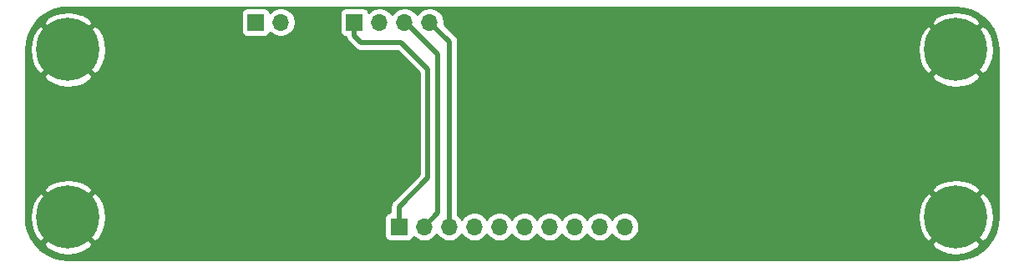
<source format=gbr>
G04 #@! TF.GenerationSoftware,KiCad,Pcbnew,(5.1.5-0-10_14)*
G04 #@! TF.CreationDate,2020-04-19T21:27:58+02:00*
G04 #@! TF.ProjectId,inuk-passive-led-shield,696e756b-2d70-4617-9373-6976652d6c65,rev?*
G04 #@! TF.SameCoordinates,Original*
G04 #@! TF.FileFunction,Copper,L2,Bot*
G04 #@! TF.FilePolarity,Positive*
%FSLAX46Y46*%
G04 Gerber Fmt 4.6, Leading zero omitted, Abs format (unit mm)*
G04 Created by KiCad (PCBNEW (5.1.5-0-10_14)) date 2020-04-19 21:27:58*
%MOMM*%
%LPD*%
G04 APERTURE LIST*
%ADD10C,0.800000*%
%ADD11C,6.400000*%
%ADD12O,1.700000X1.700000*%
%ADD13R,1.700000X1.700000*%
%ADD14C,0.500000*%
%ADD15C,0.254000*%
G04 APERTURE END LIST*
D10*
X61697056Y-138302944D03*
X60000000Y-137600000D03*
X58302944Y-138302944D03*
X57600000Y-140000000D03*
X58302944Y-141697056D03*
X60000000Y-142400000D03*
X61697056Y-141697056D03*
X62400000Y-140000000D03*
D11*
X60000000Y-140000000D03*
D10*
X151697056Y-138302944D03*
X150000000Y-137600000D03*
X148302944Y-138302944D03*
X147600000Y-140000000D03*
X148302944Y-141697056D03*
X150000000Y-142400000D03*
X151697056Y-141697056D03*
X152400000Y-140000000D03*
D11*
X150000000Y-140000000D03*
D10*
X151697056Y-121302944D03*
X150000000Y-120600000D03*
X148302944Y-121302944D03*
X147600000Y-123000000D03*
X148302944Y-124697056D03*
X150000000Y-125400000D03*
X151697056Y-124697056D03*
X152400000Y-123000000D03*
D11*
X150000000Y-123000000D03*
D10*
X61697056Y-121302944D03*
X60000000Y-120600000D03*
X58302944Y-121302944D03*
X57600000Y-123000000D03*
X58302944Y-124697056D03*
X60000000Y-125400000D03*
X61697056Y-124697056D03*
X62400000Y-123000000D03*
D11*
X60000000Y-123000000D03*
D12*
X81570000Y-120220000D03*
D13*
X79030000Y-120220000D03*
D12*
X116430000Y-140970000D03*
X113890000Y-140970000D03*
X111350000Y-140970000D03*
X108810000Y-140970000D03*
X106270000Y-140970000D03*
X103730000Y-140970000D03*
X101190000Y-140970000D03*
X98650000Y-140970000D03*
X96110000Y-140970000D03*
D13*
X93570000Y-140970000D03*
D12*
X96650000Y-120220000D03*
X94110000Y-120220000D03*
X91570000Y-120220000D03*
D13*
X89030000Y-120220000D03*
D10*
X88520000Y-130960000D03*
X91520000Y-128960000D03*
X90020000Y-127960000D03*
X90020000Y-131960000D03*
X91520000Y-130960000D03*
X88520000Y-128960000D03*
X90020000Y-129960000D03*
X133500000Y-131000000D03*
X136500000Y-129000000D03*
X135000000Y-128000000D03*
X135000000Y-132000000D03*
X136500000Y-131000000D03*
X133500000Y-129000000D03*
X135000000Y-130000000D03*
X118500000Y-131000000D03*
X121500000Y-129000000D03*
X120000000Y-128000000D03*
X120000000Y-132000000D03*
X121500000Y-131000000D03*
X118500000Y-129000000D03*
X120000000Y-130000000D03*
X103500000Y-131000000D03*
X106500000Y-129000000D03*
X105000000Y-128000000D03*
X105000000Y-132000000D03*
X106500000Y-131000000D03*
X103500000Y-129000000D03*
X105000000Y-130000000D03*
X75000000Y-131960000D03*
X75020000Y-127960000D03*
X75020000Y-129960000D03*
X73520000Y-130960000D03*
X76520000Y-130960000D03*
X76520000Y-128960000D03*
X73520000Y-128960000D03*
D14*
X98650000Y-122220000D02*
X96650000Y-120220000D01*
X98650000Y-140970000D02*
X98650000Y-122220000D01*
X97500000Y-139580000D02*
X96110000Y-140970000D01*
X97500000Y-123500000D02*
X97500000Y-139580000D01*
X94220000Y-120220000D02*
X97500000Y-123500000D01*
X94110000Y-120220000D02*
X94220000Y-120220000D01*
X89030000Y-120780000D02*
X89030000Y-120220000D01*
X93570000Y-138930000D02*
X93570000Y-140970000D01*
X96500000Y-136000000D02*
X93570000Y-138930000D01*
X89030000Y-120220000D02*
X89030000Y-121570000D01*
X96500000Y-125000000D02*
X96500000Y-136000000D01*
X89030000Y-121570000D02*
X89710000Y-122250000D01*
X93750000Y-122250000D02*
X96500000Y-125000000D01*
X89710000Y-122250000D02*
X93750000Y-122250000D01*
D15*
G36*
X150759192Y-118780578D02*
G01*
X151494389Y-118981705D01*
X152182351Y-119309846D01*
X152801331Y-119754628D01*
X153331761Y-120301988D01*
X153756884Y-120934639D01*
X154063251Y-121632561D01*
X154242499Y-122379183D01*
X154290000Y-123026030D01*
X154290001Y-139968370D01*
X154219422Y-140759193D01*
X154018295Y-141494389D01*
X153690152Y-142182355D01*
X153245374Y-142801328D01*
X152698012Y-143331761D01*
X152065362Y-143756883D01*
X151367439Y-144063251D01*
X150620819Y-144242499D01*
X149973970Y-144290000D01*
X60031618Y-144290000D01*
X59240807Y-144219422D01*
X58505611Y-144018295D01*
X57817645Y-143690152D01*
X57198672Y-143245374D01*
X56671020Y-142700881D01*
X57478724Y-142700881D01*
X57838912Y-143190548D01*
X58502882Y-143550849D01*
X59224385Y-143774694D01*
X59975695Y-143853480D01*
X60727938Y-143784178D01*
X61452208Y-143569452D01*
X62120670Y-143217555D01*
X62161088Y-143190548D01*
X62521276Y-142700881D01*
X147478724Y-142700881D01*
X147838912Y-143190548D01*
X148502882Y-143550849D01*
X149224385Y-143774694D01*
X149975695Y-143853480D01*
X150727938Y-143784178D01*
X151452208Y-143569452D01*
X152120670Y-143217555D01*
X152161088Y-143190548D01*
X152521276Y-142700881D01*
X150000000Y-140179605D01*
X147478724Y-142700881D01*
X62521276Y-142700881D01*
X60000000Y-140179605D01*
X57478724Y-142700881D01*
X56671020Y-142700881D01*
X56668239Y-142698012D01*
X56243117Y-142065362D01*
X55936749Y-141367439D01*
X55757501Y-140620819D01*
X55710127Y-139975695D01*
X56146520Y-139975695D01*
X56215822Y-140727938D01*
X56430548Y-141452208D01*
X56782445Y-142120670D01*
X56809452Y-142161088D01*
X57299119Y-142521276D01*
X59820395Y-140000000D01*
X60179605Y-140000000D01*
X62700881Y-142521276D01*
X63190548Y-142161088D01*
X63550849Y-141497118D01*
X63774694Y-140775615D01*
X63853480Y-140024305D01*
X63784178Y-139272062D01*
X63569452Y-138547792D01*
X63217555Y-137879330D01*
X63190548Y-137838912D01*
X62700881Y-137478724D01*
X60179605Y-140000000D01*
X59820395Y-140000000D01*
X57299119Y-137478724D01*
X56809452Y-137838912D01*
X56449151Y-138502882D01*
X56225306Y-139224385D01*
X56146520Y-139975695D01*
X55710127Y-139975695D01*
X55710000Y-139973970D01*
X55710000Y-137299119D01*
X57478724Y-137299119D01*
X60000000Y-139820395D01*
X62521276Y-137299119D01*
X62161088Y-136809452D01*
X61497118Y-136449151D01*
X60775615Y-136225306D01*
X60024305Y-136146520D01*
X59272062Y-136215822D01*
X58547792Y-136430548D01*
X57879330Y-136782445D01*
X57838912Y-136809452D01*
X57478724Y-137299119D01*
X55710000Y-137299119D01*
X55710000Y-125700881D01*
X57478724Y-125700881D01*
X57838912Y-126190548D01*
X58502882Y-126550849D01*
X59224385Y-126774694D01*
X59975695Y-126853480D01*
X60727938Y-126784178D01*
X61452208Y-126569452D01*
X62120670Y-126217555D01*
X62161088Y-126190548D01*
X62521276Y-125700881D01*
X60000000Y-123179605D01*
X57478724Y-125700881D01*
X55710000Y-125700881D01*
X55710000Y-123031618D01*
X55714991Y-122975695D01*
X56146520Y-122975695D01*
X56215822Y-123727938D01*
X56430548Y-124452208D01*
X56782445Y-125120670D01*
X56809452Y-125161088D01*
X57299119Y-125521276D01*
X59820395Y-123000000D01*
X60179605Y-123000000D01*
X62700881Y-125521276D01*
X63190548Y-125161088D01*
X63550849Y-124497118D01*
X63774694Y-123775615D01*
X63853480Y-123024305D01*
X63784178Y-122272062D01*
X63569452Y-121547792D01*
X63217555Y-120879330D01*
X63190548Y-120838912D01*
X62700881Y-120478724D01*
X60179605Y-123000000D01*
X59820395Y-123000000D01*
X57299119Y-120478724D01*
X56809452Y-120838912D01*
X56449151Y-121502882D01*
X56225306Y-122224385D01*
X56146520Y-122975695D01*
X55714991Y-122975695D01*
X55780578Y-122240808D01*
X55981705Y-121505611D01*
X56309846Y-120817649D01*
X56682447Y-120299119D01*
X57478724Y-120299119D01*
X60000000Y-122820395D01*
X62521276Y-120299119D01*
X62161088Y-119809452D01*
X61497118Y-119449151D01*
X61241997Y-119370000D01*
X77541928Y-119370000D01*
X77541928Y-121070000D01*
X77554188Y-121194482D01*
X77590498Y-121314180D01*
X77649463Y-121424494D01*
X77728815Y-121521185D01*
X77825506Y-121600537D01*
X77935820Y-121659502D01*
X78055518Y-121695812D01*
X78180000Y-121708072D01*
X79880000Y-121708072D01*
X80004482Y-121695812D01*
X80124180Y-121659502D01*
X80234494Y-121600537D01*
X80331185Y-121521185D01*
X80410537Y-121424494D01*
X80469502Y-121314180D01*
X80491513Y-121241620D01*
X80623368Y-121373475D01*
X80866589Y-121535990D01*
X81136842Y-121647932D01*
X81423740Y-121705000D01*
X81716260Y-121705000D01*
X82003158Y-121647932D01*
X82273411Y-121535990D01*
X82516632Y-121373475D01*
X82723475Y-121166632D01*
X82885990Y-120923411D01*
X82997932Y-120653158D01*
X83055000Y-120366260D01*
X83055000Y-120073740D01*
X82997932Y-119786842D01*
X82885990Y-119516589D01*
X82788043Y-119370000D01*
X87541928Y-119370000D01*
X87541928Y-121070000D01*
X87554188Y-121194482D01*
X87590498Y-121314180D01*
X87649463Y-121424494D01*
X87728815Y-121521185D01*
X87825506Y-121600537D01*
X87935820Y-121659502D01*
X88055518Y-121695812D01*
X88154065Y-121705518D01*
X88157805Y-121743490D01*
X88208412Y-121910313D01*
X88290590Y-122064059D01*
X88373468Y-122165046D01*
X88373471Y-122165049D01*
X88401184Y-122198817D01*
X88434951Y-122226529D01*
X89053470Y-122845049D01*
X89081183Y-122878817D01*
X89114951Y-122906530D01*
X89114953Y-122906532D01*
X89151938Y-122936885D01*
X89215941Y-122989411D01*
X89369687Y-123071589D01*
X89536510Y-123122195D01*
X89666523Y-123135000D01*
X89666533Y-123135000D01*
X89709999Y-123139281D01*
X89753465Y-123135000D01*
X93383422Y-123135000D01*
X95615000Y-125366579D01*
X95615001Y-135633420D01*
X92974956Y-138273466D01*
X92941183Y-138301183D01*
X92830589Y-138435942D01*
X92748411Y-138589688D01*
X92697805Y-138756511D01*
X92685000Y-138886524D01*
X92685000Y-138886531D01*
X92680719Y-138930000D01*
X92685000Y-138973469D01*
X92685000Y-139485375D01*
X92595518Y-139494188D01*
X92475820Y-139530498D01*
X92365506Y-139589463D01*
X92268815Y-139668815D01*
X92189463Y-139765506D01*
X92130498Y-139875820D01*
X92094188Y-139995518D01*
X92081928Y-140120000D01*
X92081928Y-141820000D01*
X92094188Y-141944482D01*
X92130498Y-142064180D01*
X92189463Y-142174494D01*
X92268815Y-142271185D01*
X92365506Y-142350537D01*
X92475820Y-142409502D01*
X92595518Y-142445812D01*
X92720000Y-142458072D01*
X94420000Y-142458072D01*
X94544482Y-142445812D01*
X94664180Y-142409502D01*
X94774494Y-142350537D01*
X94871185Y-142271185D01*
X94950537Y-142174494D01*
X95009502Y-142064180D01*
X95031513Y-141991620D01*
X95163368Y-142123475D01*
X95406589Y-142285990D01*
X95676842Y-142397932D01*
X95963740Y-142455000D01*
X96256260Y-142455000D01*
X96543158Y-142397932D01*
X96813411Y-142285990D01*
X97056632Y-142123475D01*
X97263475Y-141916632D01*
X97380000Y-141742240D01*
X97496525Y-141916632D01*
X97703368Y-142123475D01*
X97946589Y-142285990D01*
X98216842Y-142397932D01*
X98503740Y-142455000D01*
X98796260Y-142455000D01*
X99083158Y-142397932D01*
X99353411Y-142285990D01*
X99596632Y-142123475D01*
X99803475Y-141916632D01*
X99920000Y-141742240D01*
X100036525Y-141916632D01*
X100243368Y-142123475D01*
X100486589Y-142285990D01*
X100756842Y-142397932D01*
X101043740Y-142455000D01*
X101336260Y-142455000D01*
X101623158Y-142397932D01*
X101893411Y-142285990D01*
X102136632Y-142123475D01*
X102343475Y-141916632D01*
X102460000Y-141742240D01*
X102576525Y-141916632D01*
X102783368Y-142123475D01*
X103026589Y-142285990D01*
X103296842Y-142397932D01*
X103583740Y-142455000D01*
X103876260Y-142455000D01*
X104163158Y-142397932D01*
X104433411Y-142285990D01*
X104676632Y-142123475D01*
X104883475Y-141916632D01*
X105000000Y-141742240D01*
X105116525Y-141916632D01*
X105323368Y-142123475D01*
X105566589Y-142285990D01*
X105836842Y-142397932D01*
X106123740Y-142455000D01*
X106416260Y-142455000D01*
X106703158Y-142397932D01*
X106973411Y-142285990D01*
X107216632Y-142123475D01*
X107423475Y-141916632D01*
X107540000Y-141742240D01*
X107656525Y-141916632D01*
X107863368Y-142123475D01*
X108106589Y-142285990D01*
X108376842Y-142397932D01*
X108663740Y-142455000D01*
X108956260Y-142455000D01*
X109243158Y-142397932D01*
X109513411Y-142285990D01*
X109756632Y-142123475D01*
X109963475Y-141916632D01*
X110080000Y-141742240D01*
X110196525Y-141916632D01*
X110403368Y-142123475D01*
X110646589Y-142285990D01*
X110916842Y-142397932D01*
X111203740Y-142455000D01*
X111496260Y-142455000D01*
X111783158Y-142397932D01*
X112053411Y-142285990D01*
X112296632Y-142123475D01*
X112503475Y-141916632D01*
X112620000Y-141742240D01*
X112736525Y-141916632D01*
X112943368Y-142123475D01*
X113186589Y-142285990D01*
X113456842Y-142397932D01*
X113743740Y-142455000D01*
X114036260Y-142455000D01*
X114323158Y-142397932D01*
X114593411Y-142285990D01*
X114836632Y-142123475D01*
X115043475Y-141916632D01*
X115160000Y-141742240D01*
X115276525Y-141916632D01*
X115483368Y-142123475D01*
X115726589Y-142285990D01*
X115996842Y-142397932D01*
X116283740Y-142455000D01*
X116576260Y-142455000D01*
X116863158Y-142397932D01*
X117133411Y-142285990D01*
X117376632Y-142123475D01*
X117583475Y-141916632D01*
X117745990Y-141673411D01*
X117857932Y-141403158D01*
X117915000Y-141116260D01*
X117915000Y-140823740D01*
X117857932Y-140536842D01*
X117745990Y-140266589D01*
X117583475Y-140023368D01*
X117535802Y-139975695D01*
X146146520Y-139975695D01*
X146215822Y-140727938D01*
X146430548Y-141452208D01*
X146782445Y-142120670D01*
X146809452Y-142161088D01*
X147299119Y-142521276D01*
X149820395Y-140000000D01*
X150179605Y-140000000D01*
X152700881Y-142521276D01*
X153190548Y-142161088D01*
X153550849Y-141497118D01*
X153774694Y-140775615D01*
X153853480Y-140024305D01*
X153784178Y-139272062D01*
X153569452Y-138547792D01*
X153217555Y-137879330D01*
X153190548Y-137838912D01*
X152700881Y-137478724D01*
X150179605Y-140000000D01*
X149820395Y-140000000D01*
X147299119Y-137478724D01*
X146809452Y-137838912D01*
X146449151Y-138502882D01*
X146225306Y-139224385D01*
X146146520Y-139975695D01*
X117535802Y-139975695D01*
X117376632Y-139816525D01*
X117133411Y-139654010D01*
X116863158Y-139542068D01*
X116576260Y-139485000D01*
X116283740Y-139485000D01*
X115996842Y-139542068D01*
X115726589Y-139654010D01*
X115483368Y-139816525D01*
X115276525Y-140023368D01*
X115160000Y-140197760D01*
X115043475Y-140023368D01*
X114836632Y-139816525D01*
X114593411Y-139654010D01*
X114323158Y-139542068D01*
X114036260Y-139485000D01*
X113743740Y-139485000D01*
X113456842Y-139542068D01*
X113186589Y-139654010D01*
X112943368Y-139816525D01*
X112736525Y-140023368D01*
X112620000Y-140197760D01*
X112503475Y-140023368D01*
X112296632Y-139816525D01*
X112053411Y-139654010D01*
X111783158Y-139542068D01*
X111496260Y-139485000D01*
X111203740Y-139485000D01*
X110916842Y-139542068D01*
X110646589Y-139654010D01*
X110403368Y-139816525D01*
X110196525Y-140023368D01*
X110080000Y-140197760D01*
X109963475Y-140023368D01*
X109756632Y-139816525D01*
X109513411Y-139654010D01*
X109243158Y-139542068D01*
X108956260Y-139485000D01*
X108663740Y-139485000D01*
X108376842Y-139542068D01*
X108106589Y-139654010D01*
X107863368Y-139816525D01*
X107656525Y-140023368D01*
X107540000Y-140197760D01*
X107423475Y-140023368D01*
X107216632Y-139816525D01*
X106973411Y-139654010D01*
X106703158Y-139542068D01*
X106416260Y-139485000D01*
X106123740Y-139485000D01*
X105836842Y-139542068D01*
X105566589Y-139654010D01*
X105323368Y-139816525D01*
X105116525Y-140023368D01*
X105000000Y-140197760D01*
X104883475Y-140023368D01*
X104676632Y-139816525D01*
X104433411Y-139654010D01*
X104163158Y-139542068D01*
X103876260Y-139485000D01*
X103583740Y-139485000D01*
X103296842Y-139542068D01*
X103026589Y-139654010D01*
X102783368Y-139816525D01*
X102576525Y-140023368D01*
X102460000Y-140197760D01*
X102343475Y-140023368D01*
X102136632Y-139816525D01*
X101893411Y-139654010D01*
X101623158Y-139542068D01*
X101336260Y-139485000D01*
X101043740Y-139485000D01*
X100756842Y-139542068D01*
X100486589Y-139654010D01*
X100243368Y-139816525D01*
X100036525Y-140023368D01*
X99920000Y-140197760D01*
X99803475Y-140023368D01*
X99596632Y-139816525D01*
X99535000Y-139775344D01*
X99535000Y-137299119D01*
X147478724Y-137299119D01*
X150000000Y-139820395D01*
X152521276Y-137299119D01*
X152161088Y-136809452D01*
X151497118Y-136449151D01*
X150775615Y-136225306D01*
X150024305Y-136146520D01*
X149272062Y-136215822D01*
X148547792Y-136430548D01*
X147879330Y-136782445D01*
X147838912Y-136809452D01*
X147478724Y-137299119D01*
X99535000Y-137299119D01*
X99535000Y-125700881D01*
X147478724Y-125700881D01*
X147838912Y-126190548D01*
X148502882Y-126550849D01*
X149224385Y-126774694D01*
X149975695Y-126853480D01*
X150727938Y-126784178D01*
X151452208Y-126569452D01*
X152120670Y-126217555D01*
X152161088Y-126190548D01*
X152521276Y-125700881D01*
X150000000Y-123179605D01*
X147478724Y-125700881D01*
X99535000Y-125700881D01*
X99535000Y-122975695D01*
X146146520Y-122975695D01*
X146215822Y-123727938D01*
X146430548Y-124452208D01*
X146782445Y-125120670D01*
X146809452Y-125161088D01*
X147299119Y-125521276D01*
X149820395Y-123000000D01*
X150179605Y-123000000D01*
X152700881Y-125521276D01*
X153190548Y-125161088D01*
X153550849Y-124497118D01*
X153774694Y-123775615D01*
X153853480Y-123024305D01*
X153784178Y-122272062D01*
X153569452Y-121547792D01*
X153217555Y-120879330D01*
X153190548Y-120838912D01*
X152700881Y-120478724D01*
X150179605Y-123000000D01*
X149820395Y-123000000D01*
X147299119Y-120478724D01*
X146809452Y-120838912D01*
X146449151Y-121502882D01*
X146225306Y-122224385D01*
X146146520Y-122975695D01*
X99535000Y-122975695D01*
X99535000Y-122263465D01*
X99539281Y-122219999D01*
X99535000Y-122176533D01*
X99535000Y-122176523D01*
X99522195Y-122046510D01*
X99471589Y-121879687D01*
X99389411Y-121725941D01*
X99342912Y-121669282D01*
X99306532Y-121624953D01*
X99306530Y-121624951D01*
X99278817Y-121591183D01*
X99245049Y-121563470D01*
X98120539Y-120438960D01*
X98135000Y-120366260D01*
X98135000Y-120299119D01*
X147478724Y-120299119D01*
X150000000Y-122820395D01*
X152521276Y-120299119D01*
X152161088Y-119809452D01*
X151497118Y-119449151D01*
X150775615Y-119225306D01*
X150024305Y-119146520D01*
X149272062Y-119215822D01*
X148547792Y-119430548D01*
X147879330Y-119782445D01*
X147838912Y-119809452D01*
X147478724Y-120299119D01*
X98135000Y-120299119D01*
X98135000Y-120073740D01*
X98077932Y-119786842D01*
X97965990Y-119516589D01*
X97803475Y-119273368D01*
X97596632Y-119066525D01*
X97353411Y-118904010D01*
X97083158Y-118792068D01*
X96796260Y-118735000D01*
X96503740Y-118735000D01*
X96216842Y-118792068D01*
X95946589Y-118904010D01*
X95703368Y-119066525D01*
X95496525Y-119273368D01*
X95380000Y-119447760D01*
X95263475Y-119273368D01*
X95056632Y-119066525D01*
X94813411Y-118904010D01*
X94543158Y-118792068D01*
X94256260Y-118735000D01*
X93963740Y-118735000D01*
X93676842Y-118792068D01*
X93406589Y-118904010D01*
X93163368Y-119066525D01*
X92956525Y-119273368D01*
X92840000Y-119447760D01*
X92723475Y-119273368D01*
X92516632Y-119066525D01*
X92273411Y-118904010D01*
X92003158Y-118792068D01*
X91716260Y-118735000D01*
X91423740Y-118735000D01*
X91136842Y-118792068D01*
X90866589Y-118904010D01*
X90623368Y-119066525D01*
X90491513Y-119198380D01*
X90469502Y-119125820D01*
X90410537Y-119015506D01*
X90331185Y-118918815D01*
X90234494Y-118839463D01*
X90124180Y-118780498D01*
X90004482Y-118744188D01*
X89880000Y-118731928D01*
X88180000Y-118731928D01*
X88055518Y-118744188D01*
X87935820Y-118780498D01*
X87825506Y-118839463D01*
X87728815Y-118918815D01*
X87649463Y-119015506D01*
X87590498Y-119125820D01*
X87554188Y-119245518D01*
X87541928Y-119370000D01*
X82788043Y-119370000D01*
X82723475Y-119273368D01*
X82516632Y-119066525D01*
X82273411Y-118904010D01*
X82003158Y-118792068D01*
X81716260Y-118735000D01*
X81423740Y-118735000D01*
X81136842Y-118792068D01*
X80866589Y-118904010D01*
X80623368Y-119066525D01*
X80491513Y-119198380D01*
X80469502Y-119125820D01*
X80410537Y-119015506D01*
X80331185Y-118918815D01*
X80234494Y-118839463D01*
X80124180Y-118780498D01*
X80004482Y-118744188D01*
X79880000Y-118731928D01*
X78180000Y-118731928D01*
X78055518Y-118744188D01*
X77935820Y-118780498D01*
X77825506Y-118839463D01*
X77728815Y-118918815D01*
X77649463Y-119015506D01*
X77590498Y-119125820D01*
X77554188Y-119245518D01*
X77541928Y-119370000D01*
X61241997Y-119370000D01*
X60775615Y-119225306D01*
X60024305Y-119146520D01*
X59272062Y-119215822D01*
X58547792Y-119430548D01*
X57879330Y-119782445D01*
X57838912Y-119809452D01*
X57478724Y-120299119D01*
X56682447Y-120299119D01*
X56754628Y-120198669D01*
X57301988Y-119668239D01*
X57934639Y-119243116D01*
X58632561Y-118936749D01*
X59379183Y-118757501D01*
X60026030Y-118710000D01*
X149968382Y-118710000D01*
X150759192Y-118780578D01*
G37*
X150759192Y-118780578D02*
X151494389Y-118981705D01*
X152182351Y-119309846D01*
X152801331Y-119754628D01*
X153331761Y-120301988D01*
X153756884Y-120934639D01*
X154063251Y-121632561D01*
X154242499Y-122379183D01*
X154290000Y-123026030D01*
X154290001Y-139968370D01*
X154219422Y-140759193D01*
X154018295Y-141494389D01*
X153690152Y-142182355D01*
X153245374Y-142801328D01*
X152698012Y-143331761D01*
X152065362Y-143756883D01*
X151367439Y-144063251D01*
X150620819Y-144242499D01*
X149973970Y-144290000D01*
X60031618Y-144290000D01*
X59240807Y-144219422D01*
X58505611Y-144018295D01*
X57817645Y-143690152D01*
X57198672Y-143245374D01*
X56671020Y-142700881D01*
X57478724Y-142700881D01*
X57838912Y-143190548D01*
X58502882Y-143550849D01*
X59224385Y-143774694D01*
X59975695Y-143853480D01*
X60727938Y-143784178D01*
X61452208Y-143569452D01*
X62120670Y-143217555D01*
X62161088Y-143190548D01*
X62521276Y-142700881D01*
X147478724Y-142700881D01*
X147838912Y-143190548D01*
X148502882Y-143550849D01*
X149224385Y-143774694D01*
X149975695Y-143853480D01*
X150727938Y-143784178D01*
X151452208Y-143569452D01*
X152120670Y-143217555D01*
X152161088Y-143190548D01*
X152521276Y-142700881D01*
X150000000Y-140179605D01*
X147478724Y-142700881D01*
X62521276Y-142700881D01*
X60000000Y-140179605D01*
X57478724Y-142700881D01*
X56671020Y-142700881D01*
X56668239Y-142698012D01*
X56243117Y-142065362D01*
X55936749Y-141367439D01*
X55757501Y-140620819D01*
X55710127Y-139975695D01*
X56146520Y-139975695D01*
X56215822Y-140727938D01*
X56430548Y-141452208D01*
X56782445Y-142120670D01*
X56809452Y-142161088D01*
X57299119Y-142521276D01*
X59820395Y-140000000D01*
X60179605Y-140000000D01*
X62700881Y-142521276D01*
X63190548Y-142161088D01*
X63550849Y-141497118D01*
X63774694Y-140775615D01*
X63853480Y-140024305D01*
X63784178Y-139272062D01*
X63569452Y-138547792D01*
X63217555Y-137879330D01*
X63190548Y-137838912D01*
X62700881Y-137478724D01*
X60179605Y-140000000D01*
X59820395Y-140000000D01*
X57299119Y-137478724D01*
X56809452Y-137838912D01*
X56449151Y-138502882D01*
X56225306Y-139224385D01*
X56146520Y-139975695D01*
X55710127Y-139975695D01*
X55710000Y-139973970D01*
X55710000Y-137299119D01*
X57478724Y-137299119D01*
X60000000Y-139820395D01*
X62521276Y-137299119D01*
X62161088Y-136809452D01*
X61497118Y-136449151D01*
X60775615Y-136225306D01*
X60024305Y-136146520D01*
X59272062Y-136215822D01*
X58547792Y-136430548D01*
X57879330Y-136782445D01*
X57838912Y-136809452D01*
X57478724Y-137299119D01*
X55710000Y-137299119D01*
X55710000Y-125700881D01*
X57478724Y-125700881D01*
X57838912Y-126190548D01*
X58502882Y-126550849D01*
X59224385Y-126774694D01*
X59975695Y-126853480D01*
X60727938Y-126784178D01*
X61452208Y-126569452D01*
X62120670Y-126217555D01*
X62161088Y-126190548D01*
X62521276Y-125700881D01*
X60000000Y-123179605D01*
X57478724Y-125700881D01*
X55710000Y-125700881D01*
X55710000Y-123031618D01*
X55714991Y-122975695D01*
X56146520Y-122975695D01*
X56215822Y-123727938D01*
X56430548Y-124452208D01*
X56782445Y-125120670D01*
X56809452Y-125161088D01*
X57299119Y-125521276D01*
X59820395Y-123000000D01*
X60179605Y-123000000D01*
X62700881Y-125521276D01*
X63190548Y-125161088D01*
X63550849Y-124497118D01*
X63774694Y-123775615D01*
X63853480Y-123024305D01*
X63784178Y-122272062D01*
X63569452Y-121547792D01*
X63217555Y-120879330D01*
X63190548Y-120838912D01*
X62700881Y-120478724D01*
X60179605Y-123000000D01*
X59820395Y-123000000D01*
X57299119Y-120478724D01*
X56809452Y-120838912D01*
X56449151Y-121502882D01*
X56225306Y-122224385D01*
X56146520Y-122975695D01*
X55714991Y-122975695D01*
X55780578Y-122240808D01*
X55981705Y-121505611D01*
X56309846Y-120817649D01*
X56682447Y-120299119D01*
X57478724Y-120299119D01*
X60000000Y-122820395D01*
X62521276Y-120299119D01*
X62161088Y-119809452D01*
X61497118Y-119449151D01*
X61241997Y-119370000D01*
X77541928Y-119370000D01*
X77541928Y-121070000D01*
X77554188Y-121194482D01*
X77590498Y-121314180D01*
X77649463Y-121424494D01*
X77728815Y-121521185D01*
X77825506Y-121600537D01*
X77935820Y-121659502D01*
X78055518Y-121695812D01*
X78180000Y-121708072D01*
X79880000Y-121708072D01*
X80004482Y-121695812D01*
X80124180Y-121659502D01*
X80234494Y-121600537D01*
X80331185Y-121521185D01*
X80410537Y-121424494D01*
X80469502Y-121314180D01*
X80491513Y-121241620D01*
X80623368Y-121373475D01*
X80866589Y-121535990D01*
X81136842Y-121647932D01*
X81423740Y-121705000D01*
X81716260Y-121705000D01*
X82003158Y-121647932D01*
X82273411Y-121535990D01*
X82516632Y-121373475D01*
X82723475Y-121166632D01*
X82885990Y-120923411D01*
X82997932Y-120653158D01*
X83055000Y-120366260D01*
X83055000Y-120073740D01*
X82997932Y-119786842D01*
X82885990Y-119516589D01*
X82788043Y-119370000D01*
X87541928Y-119370000D01*
X87541928Y-121070000D01*
X87554188Y-121194482D01*
X87590498Y-121314180D01*
X87649463Y-121424494D01*
X87728815Y-121521185D01*
X87825506Y-121600537D01*
X87935820Y-121659502D01*
X88055518Y-121695812D01*
X88154065Y-121705518D01*
X88157805Y-121743490D01*
X88208412Y-121910313D01*
X88290590Y-122064059D01*
X88373468Y-122165046D01*
X88373471Y-122165049D01*
X88401184Y-122198817D01*
X88434951Y-122226529D01*
X89053470Y-122845049D01*
X89081183Y-122878817D01*
X89114951Y-122906530D01*
X89114953Y-122906532D01*
X89151938Y-122936885D01*
X89215941Y-122989411D01*
X89369687Y-123071589D01*
X89536510Y-123122195D01*
X89666523Y-123135000D01*
X89666533Y-123135000D01*
X89709999Y-123139281D01*
X89753465Y-123135000D01*
X93383422Y-123135000D01*
X95615000Y-125366579D01*
X95615001Y-135633420D01*
X92974956Y-138273466D01*
X92941183Y-138301183D01*
X92830589Y-138435942D01*
X92748411Y-138589688D01*
X92697805Y-138756511D01*
X92685000Y-138886524D01*
X92685000Y-138886531D01*
X92680719Y-138930000D01*
X92685000Y-138973469D01*
X92685000Y-139485375D01*
X92595518Y-139494188D01*
X92475820Y-139530498D01*
X92365506Y-139589463D01*
X92268815Y-139668815D01*
X92189463Y-139765506D01*
X92130498Y-139875820D01*
X92094188Y-139995518D01*
X92081928Y-140120000D01*
X92081928Y-141820000D01*
X92094188Y-141944482D01*
X92130498Y-142064180D01*
X92189463Y-142174494D01*
X92268815Y-142271185D01*
X92365506Y-142350537D01*
X92475820Y-142409502D01*
X92595518Y-142445812D01*
X92720000Y-142458072D01*
X94420000Y-142458072D01*
X94544482Y-142445812D01*
X94664180Y-142409502D01*
X94774494Y-142350537D01*
X94871185Y-142271185D01*
X94950537Y-142174494D01*
X95009502Y-142064180D01*
X95031513Y-141991620D01*
X95163368Y-142123475D01*
X95406589Y-142285990D01*
X95676842Y-142397932D01*
X95963740Y-142455000D01*
X96256260Y-142455000D01*
X96543158Y-142397932D01*
X96813411Y-142285990D01*
X97056632Y-142123475D01*
X97263475Y-141916632D01*
X97380000Y-141742240D01*
X97496525Y-141916632D01*
X97703368Y-142123475D01*
X97946589Y-142285990D01*
X98216842Y-142397932D01*
X98503740Y-142455000D01*
X98796260Y-142455000D01*
X99083158Y-142397932D01*
X99353411Y-142285990D01*
X99596632Y-142123475D01*
X99803475Y-141916632D01*
X99920000Y-141742240D01*
X100036525Y-141916632D01*
X100243368Y-142123475D01*
X100486589Y-142285990D01*
X100756842Y-142397932D01*
X101043740Y-142455000D01*
X101336260Y-142455000D01*
X101623158Y-142397932D01*
X101893411Y-142285990D01*
X102136632Y-142123475D01*
X102343475Y-141916632D01*
X102460000Y-141742240D01*
X102576525Y-141916632D01*
X102783368Y-142123475D01*
X103026589Y-142285990D01*
X103296842Y-142397932D01*
X103583740Y-142455000D01*
X103876260Y-142455000D01*
X104163158Y-142397932D01*
X104433411Y-142285990D01*
X104676632Y-142123475D01*
X104883475Y-141916632D01*
X105000000Y-141742240D01*
X105116525Y-141916632D01*
X105323368Y-142123475D01*
X105566589Y-142285990D01*
X105836842Y-142397932D01*
X106123740Y-142455000D01*
X106416260Y-142455000D01*
X106703158Y-142397932D01*
X106973411Y-142285990D01*
X107216632Y-142123475D01*
X107423475Y-141916632D01*
X107540000Y-141742240D01*
X107656525Y-141916632D01*
X107863368Y-142123475D01*
X108106589Y-142285990D01*
X108376842Y-142397932D01*
X108663740Y-142455000D01*
X108956260Y-142455000D01*
X109243158Y-142397932D01*
X109513411Y-142285990D01*
X109756632Y-142123475D01*
X109963475Y-141916632D01*
X110080000Y-141742240D01*
X110196525Y-141916632D01*
X110403368Y-142123475D01*
X110646589Y-142285990D01*
X110916842Y-142397932D01*
X111203740Y-142455000D01*
X111496260Y-142455000D01*
X111783158Y-142397932D01*
X112053411Y-142285990D01*
X112296632Y-142123475D01*
X112503475Y-141916632D01*
X112620000Y-141742240D01*
X112736525Y-141916632D01*
X112943368Y-142123475D01*
X113186589Y-142285990D01*
X113456842Y-142397932D01*
X113743740Y-142455000D01*
X114036260Y-142455000D01*
X114323158Y-142397932D01*
X114593411Y-142285990D01*
X114836632Y-142123475D01*
X115043475Y-141916632D01*
X115160000Y-141742240D01*
X115276525Y-141916632D01*
X115483368Y-142123475D01*
X115726589Y-142285990D01*
X115996842Y-142397932D01*
X116283740Y-142455000D01*
X116576260Y-142455000D01*
X116863158Y-142397932D01*
X117133411Y-142285990D01*
X117376632Y-142123475D01*
X117583475Y-141916632D01*
X117745990Y-141673411D01*
X117857932Y-141403158D01*
X117915000Y-141116260D01*
X117915000Y-140823740D01*
X117857932Y-140536842D01*
X117745990Y-140266589D01*
X117583475Y-140023368D01*
X117535802Y-139975695D01*
X146146520Y-139975695D01*
X146215822Y-140727938D01*
X146430548Y-141452208D01*
X146782445Y-142120670D01*
X146809452Y-142161088D01*
X147299119Y-142521276D01*
X149820395Y-140000000D01*
X150179605Y-140000000D01*
X152700881Y-142521276D01*
X153190548Y-142161088D01*
X153550849Y-141497118D01*
X153774694Y-140775615D01*
X153853480Y-140024305D01*
X153784178Y-139272062D01*
X153569452Y-138547792D01*
X153217555Y-137879330D01*
X153190548Y-137838912D01*
X152700881Y-137478724D01*
X150179605Y-140000000D01*
X149820395Y-140000000D01*
X147299119Y-137478724D01*
X146809452Y-137838912D01*
X146449151Y-138502882D01*
X146225306Y-139224385D01*
X146146520Y-139975695D01*
X117535802Y-139975695D01*
X117376632Y-139816525D01*
X117133411Y-139654010D01*
X116863158Y-139542068D01*
X116576260Y-139485000D01*
X116283740Y-139485000D01*
X115996842Y-139542068D01*
X115726589Y-139654010D01*
X115483368Y-139816525D01*
X115276525Y-140023368D01*
X115160000Y-140197760D01*
X115043475Y-140023368D01*
X114836632Y-139816525D01*
X114593411Y-139654010D01*
X114323158Y-139542068D01*
X114036260Y-139485000D01*
X113743740Y-139485000D01*
X113456842Y-139542068D01*
X113186589Y-139654010D01*
X112943368Y-139816525D01*
X112736525Y-140023368D01*
X112620000Y-140197760D01*
X112503475Y-140023368D01*
X112296632Y-139816525D01*
X112053411Y-139654010D01*
X111783158Y-139542068D01*
X111496260Y-139485000D01*
X111203740Y-139485000D01*
X110916842Y-139542068D01*
X110646589Y-139654010D01*
X110403368Y-139816525D01*
X110196525Y-140023368D01*
X110080000Y-140197760D01*
X109963475Y-140023368D01*
X109756632Y-139816525D01*
X109513411Y-139654010D01*
X109243158Y-139542068D01*
X108956260Y-139485000D01*
X108663740Y-139485000D01*
X108376842Y-139542068D01*
X108106589Y-139654010D01*
X107863368Y-139816525D01*
X107656525Y-140023368D01*
X107540000Y-140197760D01*
X107423475Y-140023368D01*
X107216632Y-139816525D01*
X106973411Y-139654010D01*
X106703158Y-139542068D01*
X106416260Y-139485000D01*
X106123740Y-139485000D01*
X105836842Y-139542068D01*
X105566589Y-139654010D01*
X105323368Y-139816525D01*
X105116525Y-140023368D01*
X105000000Y-140197760D01*
X104883475Y-140023368D01*
X104676632Y-139816525D01*
X104433411Y-139654010D01*
X104163158Y-139542068D01*
X103876260Y-139485000D01*
X103583740Y-139485000D01*
X103296842Y-139542068D01*
X103026589Y-139654010D01*
X102783368Y-139816525D01*
X102576525Y-140023368D01*
X102460000Y-140197760D01*
X102343475Y-140023368D01*
X102136632Y-139816525D01*
X101893411Y-139654010D01*
X101623158Y-139542068D01*
X101336260Y-139485000D01*
X101043740Y-139485000D01*
X100756842Y-139542068D01*
X100486589Y-139654010D01*
X100243368Y-139816525D01*
X100036525Y-140023368D01*
X99920000Y-140197760D01*
X99803475Y-140023368D01*
X99596632Y-139816525D01*
X99535000Y-139775344D01*
X99535000Y-137299119D01*
X147478724Y-137299119D01*
X150000000Y-139820395D01*
X152521276Y-137299119D01*
X152161088Y-136809452D01*
X151497118Y-136449151D01*
X150775615Y-136225306D01*
X150024305Y-136146520D01*
X149272062Y-136215822D01*
X148547792Y-136430548D01*
X147879330Y-136782445D01*
X147838912Y-136809452D01*
X147478724Y-137299119D01*
X99535000Y-137299119D01*
X99535000Y-125700881D01*
X147478724Y-125700881D01*
X147838912Y-126190548D01*
X148502882Y-126550849D01*
X149224385Y-126774694D01*
X149975695Y-126853480D01*
X150727938Y-126784178D01*
X151452208Y-126569452D01*
X152120670Y-126217555D01*
X152161088Y-126190548D01*
X152521276Y-125700881D01*
X150000000Y-123179605D01*
X147478724Y-125700881D01*
X99535000Y-125700881D01*
X99535000Y-122975695D01*
X146146520Y-122975695D01*
X146215822Y-123727938D01*
X146430548Y-124452208D01*
X146782445Y-125120670D01*
X146809452Y-125161088D01*
X147299119Y-125521276D01*
X149820395Y-123000000D01*
X150179605Y-123000000D01*
X152700881Y-125521276D01*
X153190548Y-125161088D01*
X153550849Y-124497118D01*
X153774694Y-123775615D01*
X153853480Y-123024305D01*
X153784178Y-122272062D01*
X153569452Y-121547792D01*
X153217555Y-120879330D01*
X153190548Y-120838912D01*
X152700881Y-120478724D01*
X150179605Y-123000000D01*
X149820395Y-123000000D01*
X147299119Y-120478724D01*
X146809452Y-120838912D01*
X146449151Y-121502882D01*
X146225306Y-122224385D01*
X146146520Y-122975695D01*
X99535000Y-122975695D01*
X99535000Y-122263465D01*
X99539281Y-122219999D01*
X99535000Y-122176533D01*
X99535000Y-122176523D01*
X99522195Y-122046510D01*
X99471589Y-121879687D01*
X99389411Y-121725941D01*
X99342912Y-121669282D01*
X99306532Y-121624953D01*
X99306530Y-121624951D01*
X99278817Y-121591183D01*
X99245049Y-121563470D01*
X98120539Y-120438960D01*
X98135000Y-120366260D01*
X98135000Y-120299119D01*
X147478724Y-120299119D01*
X150000000Y-122820395D01*
X152521276Y-120299119D01*
X152161088Y-119809452D01*
X151497118Y-119449151D01*
X150775615Y-119225306D01*
X150024305Y-119146520D01*
X149272062Y-119215822D01*
X148547792Y-119430548D01*
X147879330Y-119782445D01*
X147838912Y-119809452D01*
X147478724Y-120299119D01*
X98135000Y-120299119D01*
X98135000Y-120073740D01*
X98077932Y-119786842D01*
X97965990Y-119516589D01*
X97803475Y-119273368D01*
X97596632Y-119066525D01*
X97353411Y-118904010D01*
X97083158Y-118792068D01*
X96796260Y-118735000D01*
X96503740Y-118735000D01*
X96216842Y-118792068D01*
X95946589Y-118904010D01*
X95703368Y-119066525D01*
X95496525Y-119273368D01*
X95380000Y-119447760D01*
X95263475Y-119273368D01*
X95056632Y-119066525D01*
X94813411Y-118904010D01*
X94543158Y-118792068D01*
X94256260Y-118735000D01*
X93963740Y-118735000D01*
X93676842Y-118792068D01*
X93406589Y-118904010D01*
X93163368Y-119066525D01*
X92956525Y-119273368D01*
X92840000Y-119447760D01*
X92723475Y-119273368D01*
X92516632Y-119066525D01*
X92273411Y-118904010D01*
X92003158Y-118792068D01*
X91716260Y-118735000D01*
X91423740Y-118735000D01*
X91136842Y-118792068D01*
X90866589Y-118904010D01*
X90623368Y-119066525D01*
X90491513Y-119198380D01*
X90469502Y-119125820D01*
X90410537Y-119015506D01*
X90331185Y-118918815D01*
X90234494Y-118839463D01*
X90124180Y-118780498D01*
X90004482Y-118744188D01*
X89880000Y-118731928D01*
X88180000Y-118731928D01*
X88055518Y-118744188D01*
X87935820Y-118780498D01*
X87825506Y-118839463D01*
X87728815Y-118918815D01*
X87649463Y-119015506D01*
X87590498Y-119125820D01*
X87554188Y-119245518D01*
X87541928Y-119370000D01*
X82788043Y-119370000D01*
X82723475Y-119273368D01*
X82516632Y-119066525D01*
X82273411Y-118904010D01*
X82003158Y-118792068D01*
X81716260Y-118735000D01*
X81423740Y-118735000D01*
X81136842Y-118792068D01*
X80866589Y-118904010D01*
X80623368Y-119066525D01*
X80491513Y-119198380D01*
X80469502Y-119125820D01*
X80410537Y-119015506D01*
X80331185Y-118918815D01*
X80234494Y-118839463D01*
X80124180Y-118780498D01*
X80004482Y-118744188D01*
X79880000Y-118731928D01*
X78180000Y-118731928D01*
X78055518Y-118744188D01*
X77935820Y-118780498D01*
X77825506Y-118839463D01*
X77728815Y-118918815D01*
X77649463Y-119015506D01*
X77590498Y-119125820D01*
X77554188Y-119245518D01*
X77541928Y-119370000D01*
X61241997Y-119370000D01*
X60775615Y-119225306D01*
X60024305Y-119146520D01*
X59272062Y-119215822D01*
X58547792Y-119430548D01*
X57879330Y-119782445D01*
X57838912Y-119809452D01*
X57478724Y-120299119D01*
X56682447Y-120299119D01*
X56754628Y-120198669D01*
X57301988Y-119668239D01*
X57934639Y-119243116D01*
X58632561Y-118936749D01*
X59379183Y-118757501D01*
X60026030Y-118710000D01*
X149968382Y-118710000D01*
X150759192Y-118780578D01*
M02*

</source>
